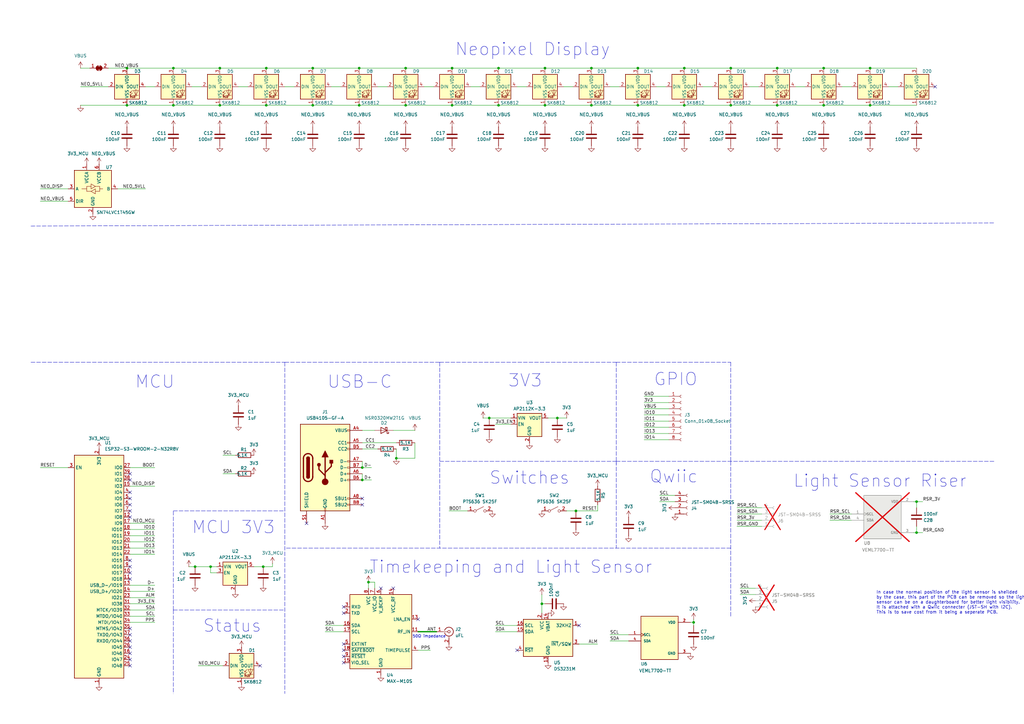
<source format=kicad_sch>
(kicad_sch (version 20231120) (generator "eeschema") (generator_version "8.0")
  (paper "A3")
  (title_block (title "Binary Neopixel Clock") (date "2024-03-11") (rev "R1") (company "besser"))
  (junction (at 280.67 27.94))
  (junction (at 318.77 27.94))
  (junction (at 299.72 43.18))
  (junction (at 151.13 238.76))
  (junction (at 200.66 171.45))
  (junction (at 109.22 43.18))
  (junction (at 148.59 196.85))
  (junction (at 261.62 27.94))
  (junction (at 109.22 27.94))
  (junction (at 284.48 255.27))
  (junction (at 80.01 232.41))
  (junction (at 185.42 43.18))
  (junction (at 166.37 27.94))
  (junction (at 90.17 27.94))
  (junction (at 222.25 247.65))
  (junction (at 223.52 43.18))
  (junction (at 299.72 27.94))
  (junction (at 280.67 43.18))
  (junction (at 261.62 43.18))
  (junction (at 148.59 191.77))
  (junction (at 147.32 27.94))
  (junction (at 242.57 27.94))
  (junction (at 242.57 43.18))
  (junction (at 128.27 43.18))
  (junction (at 185.42 27.94))
  (junction (at 204.47 27.94))
  (junction (at 71.12 43.18))
  (junction (at 223.52 27.94))
  (junction (at 236.22 209.55))
  (junction (at 204.47 43.18))
  (junction (at 356.87 43.18))
  (junction (at 162.56 187.96))
  (junction (at 90.17 43.18))
  (junction (at 337.82 27.94))
  (junction (at 166.37 43.18))
  (junction (at 52.07 27.94))
  (junction (at 52.07 43.18))
  (junction (at 356.87 27.94))
  (junction (at 337.82 43.18))
  (junction (at 147.32 43.18))
  (junction (at 71.12 27.94))
  (junction (at 86.36 232.41))
  (junction (at 128.27 27.94))
  (junction (at 107.95 232.41))
  (junction (at 318.77 43.18))
  (junction (at 375.92 205.74))
  (junction (at 228.6 171.45))
  (junction (at 375.92 218.44))
  (no_connect (at 53.34 229.87))
  (no_connect (at 161.29 241.3))
  (no_connect (at 53.34 267.97))
  (no_connect (at 53.34 232.41))
  (no_connect (at 53.34 273.05))
  (no_connect (at 106.68 273.05))
  (no_connect (at 140.97 248.92))
  (no_connect (at 140.97 264.16))
  (no_connect (at 140.97 271.78))
  (no_connect (at 53.34 209.55))
  (no_connect (at 237.49 256.54))
  (no_connect (at 140.97 269.24))
  (no_connect (at 383.54 35.56))
  (no_connect (at 53.34 207.01))
  (no_connect (at 140.97 266.7))
  (no_connect (at 171.45 254))
  (no_connect (at 125.73 214.63))
  (no_connect (at 53.34 270.51))
  (no_connect (at 53.34 234.95))
  (no_connect (at 53.34 260.35))
  (no_connect (at 53.34 194.31))
  (no_connect (at 212.09 266.7))
  (no_connect (at 148.59 204.47))
  (no_connect (at 140.97 251.46))
  (no_connect (at 53.34 237.49))
  (no_connect (at 53.34 212.09))
  (no_connect (at 156.21 241.3))
  (no_connect (at 53.34 204.47))
  (no_connect (at 53.34 265.43))
  (no_connect (at 53.34 257.81))
  (no_connect (at 148.59 207.01))
  (no_connect (at 53.34 196.85))
  (no_connect (at 53.34 262.89))
  (no_connect (at 53.34 201.93))
  (wire (pts (xy 261.62 43.18) (xy 280.67 43.18)))
  (wire (pts (xy 170.18 181.61) (xy 170.18 187.96)))
  (wire (pts (xy 71.12 43.18) (xy 90.17 43.18)))
  (polyline (pts (xy 299.72 148.59) (xy 299.72 189.23)) (stroke (width 0) (type dash)))
  (wire (pts (xy 276.86 203.2) (xy 270.51 203.2)))
  (wire (pts (xy 337.82 27.94) (xy 356.87 27.94)))
  (wire (pts (xy 171.45 259.08) (xy 179.07 259.08)) (stroke (width 0.508)))
  (wire (pts (xy 80.01 232.41) (xy 86.36 232.41)))
  (wire (pts (xy 261.62 27.94) (xy 280.67 27.94)))
  (wire (pts (xy 91.44 194.31) (xy 96.52 194.31)))
  (wire (pts (xy 326.39 35.56) (xy 330.2 35.56)))
  (wire (pts (xy 148.59 191.77) (xy 152.4 191.77)))
  (wire (pts (xy 153.67 238.76) (xy 151.13 238.76)))
  (wire (pts (xy 97.79 35.56) (xy 101.6 35.56)))
  (wire (pts (xy 140.97 259.08) (xy 133.35 259.08)))
  (wire (pts (xy 33.02 27.94) (xy 36.83 27.94)))
  (wire (pts (xy 375.92 205.74) (xy 375.92 208.28)))
  (wire (pts (xy 59.69 35.56) (xy 63.5 35.56)))
  (wire (pts (xy 299.72 27.94) (xy 318.77 27.94)))
  (wire (pts (xy 280.67 27.94) (xy 299.72 27.94)))
  (wire (pts (xy 340.36 213.36) (xy 349.25 213.36)))
  (wire (pts (xy 374.65 205.74) (xy 375.92 205.74)))
  (wire (pts (xy 312.42 210.82) (xy 302.26 210.82)))
  (wire (pts (xy 166.37 43.18) (xy 185.42 43.18)))
  (wire (pts (xy 33.02 35.56) (xy 44.45 35.56)))
  (wire (pts (xy 53.34 191.77) (xy 63.5 191.77)))
  (wire (pts (xy 162.56 187.96) (xy 170.18 187.96)))
  (wire (pts (xy 173.99 35.56) (xy 177.8 35.56)))
  (wire (pts (xy 193.04 35.56) (xy 196.85 35.56)))
  (wire (pts (xy 53.34 222.25) (xy 63.5 222.25)))
  (wire (pts (xy 222.25 243.84) (xy 222.25 247.65)))
  (wire (pts (xy 375.92 215.9) (xy 375.92 218.44)))
  (wire (pts (xy 86.36 234.95) (xy 86.36 232.41)))
  (polyline (pts (xy 407.67 189.23) (xy 299.72 189.23)) (stroke (width 0) (type dash)))
  (wire (pts (xy 242.57 43.18) (xy 261.62 43.18)))
  (wire (pts (xy 33.02 43.18) (xy 52.07 43.18)))
  (wire (pts (xy 237.49 264.16) (xy 245.11 264.16)))
  (polyline (pts (xy 116.84 148.59) (xy 180.34 148.59)) (stroke (width 0) (type dash)))
  (wire (pts (xy 228.6 171.45) (xy 232.41 171.45)))
  (wire (pts (xy 116.84 35.56) (xy 120.65 35.56)))
  (wire (pts (xy 312.42 213.36) (xy 302.26 213.36)))
  (wire (pts (xy 185.42 43.18) (xy 204.47 43.18)))
  (wire (pts (xy 288.29 35.56) (xy 292.1 35.56)))
  (wire (pts (xy 274.32 172.72) (xy 264.16 172.72)))
  (polyline (pts (xy 116.84 148.59) (xy 116.84 284.48)) (stroke (width 0) (type dash)))
  (wire (pts (xy 53.34 214.63) (xy 63.5 214.63)))
  (wire (pts (xy 154.94 35.56) (xy 158.75 35.56)))
  (wire (pts (xy 274.32 170.18) (xy 264.16 170.18)))
  (wire (pts (xy 109.22 43.18) (xy 128.27 43.18)))
  (wire (pts (xy 148.59 176.53) (xy 153.67 176.53)))
  (wire (pts (xy 63.5 255.27) (xy 53.34 255.27)))
  (wire (pts (xy 128.27 27.94) (xy 147.32 27.94)))
  (wire (pts (xy 71.12 27.94) (xy 90.17 27.94)))
  (wire (pts (xy 284.48 256.54) (xy 284.48 255.27)))
  (wire (pts (xy 77.47 232.41) (xy 80.01 232.41)))
  (wire (pts (xy 52.07 27.94) (xy 71.12 27.94)))
  (polyline (pts (xy 71.12 250.19) (xy 71.12 209.55)) (stroke (width 0) (type dash)))
  (wire (pts (xy 364.49 35.56) (xy 368.3 35.56)))
  (wire (pts (xy 274.32 180.34) (xy 264.16 180.34)))
  (wire (pts (xy 345.44 35.56) (xy 349.25 35.56)))
  (wire (pts (xy 53.34 217.17) (xy 63.5 217.17)))
  (wire (pts (xy 299.72 43.18) (xy 318.77 43.18)))
  (wire (pts (xy 375.92 218.44) (xy 378.46 218.44)))
  (wire (pts (xy 250.19 260.35) (xy 257.81 260.35)))
  (polyline (pts (xy 12.7 148.59) (xy 116.84 148.59)) (stroke (width 0) (type dash)))
  (wire (pts (xy 204.47 27.94) (xy 223.52 27.94)))
  (wire (pts (xy 274.32 165.1) (xy 264.16 165.1)))
  (wire (pts (xy 307.34 35.56) (xy 311.15 35.56)))
  (wire (pts (xy 274.32 175.26) (xy 264.16 175.26)))
  (wire (pts (xy 104.14 232.41) (xy 107.95 232.41)))
  (wire (pts (xy 264.16 162.56) (xy 274.32 162.56)))
  (wire (pts (xy 147.32 43.18) (xy 166.37 43.18)))
  (wire (pts (xy 250.19 35.56) (xy 254 35.56)))
  (wire (pts (xy 222.25 247.65) (xy 222.25 251.46)))
  (wire (pts (xy 151.13 238.76) (xy 151.13 241.3)))
  (wire (pts (xy 148.59 194.31) (xy 148.59 196.85)))
  (wire (pts (xy 312.42 208.28) (xy 302.26 208.28)))
  (wire (pts (xy 303.53 243.84) (xy 309.88 243.84)))
  (wire (pts (xy 90.17 27.94) (xy 109.22 27.94)))
  (wire (pts (xy 53.34 227.33) (xy 63.5 227.33)))
  (wire (pts (xy 340.36 210.82) (xy 349.25 210.82)))
  (wire (pts (xy 185.42 27.94) (xy 204.47 27.94)))
  (wire (pts (xy 198.12 171.45) (xy 200.66 171.45)))
  (wire (pts (xy 203.2 259.08) (xy 212.09 259.08)))
  (wire (pts (xy 53.34 224.79) (xy 63.5 224.79)))
  (wire (pts (xy 107.95 232.41) (xy 111.76 232.41)))
  (polyline (pts (xy 252.73 189.23) (xy 299.72 189.23)) (stroke (width 0) (type dash)))
  (polyline (pts (xy 180.34 189.23) (xy 252.73 189.23)) (stroke (width 0) (type dash)))
  (wire (pts (xy 337.82 43.18) (xy 356.87 43.18)))
  (wire (pts (xy 86.36 232.41) (xy 88.9 232.41)))
  (wire (pts (xy 44.45 27.94) (xy 52.07 27.94)))
  (wire (pts (xy 135.89 35.56) (xy 139.7 35.56)))
  (wire (pts (xy 204.47 43.18) (xy 223.52 43.18)))
  (polyline (pts (xy 12.7 92.71) (xy 407.67 91.44)) (stroke (width 0) (type dash)))
  (wire (pts (xy 53.34 242.57) (xy 63.5 242.57)))
  (polyline (pts (xy 71.12 250.19) (xy 116.84 250.19)) (stroke (width 0) (type dash)))
  (wire (pts (xy 309.88 241.3) (xy 303.53 241.3)))
  (wire (pts (xy 133.35 256.54) (xy 140.97 256.54)))
  (wire (pts (xy 148.59 196.85) (xy 152.4 196.85)))
  (wire (pts (xy 250.19 262.89) (xy 257.81 262.89)))
  (wire (pts (xy 161.29 176.53) (xy 170.18 176.53)))
  (polyline (pts (xy 299.72 224.79) (xy 116.84 224.79)) (stroke (width 0) (type dash)))
  (wire (pts (xy 91.44 186.69) (xy 96.52 186.69)))
  (wire (pts (xy 223.52 27.94) (xy 242.57 27.94)))
  (wire (pts (xy 90.17 43.18) (xy 109.22 43.18)))
  (wire (pts (xy 245.11 209.55) (xy 236.22 209.55)))
  (wire (pts (xy 53.34 199.39) (xy 63.5 199.39)))
  (wire (pts (xy 171.45 266.7) (xy 176.53 266.7)))
  (wire (pts (xy 53.34 240.03) (xy 63.5 240.03)))
  (wire (pts (xy 48.26 77.47) (xy 59.69 77.47)))
  (wire (pts (xy 356.87 27.94) (xy 375.92 27.94)))
  (wire (pts (xy 312.42 215.9) (xy 302.26 215.9)))
  (wire (pts (xy 78.74 35.56) (xy 82.55 35.56)))
  (wire (pts (xy 212.09 35.56) (xy 215.9 35.56)))
  (wire (pts (xy 148.59 184.15) (xy 154.94 184.15)))
  (wire (pts (xy 356.87 43.18) (xy 375.92 43.18)))
  (wire (pts (xy 224.79 171.45) (xy 228.6 171.45)))
  (wire (pts (xy 53.34 250.19) (xy 63.5 250.19)))
  (wire (pts (xy 223.52 247.65) (xy 222.25 247.65)))
  (wire (pts (xy 147.32 27.94) (xy 166.37 27.94)))
  (wire (pts (xy 318.77 27.94) (xy 337.82 27.94)))
  (wire (pts (xy 269.24 35.56) (xy 273.05 35.56)))
  (polyline (pts (xy 252.73 189.23) (xy 252.73 224.79)) (stroke (width 0) (type dash)))
  (wire (pts (xy 166.37 27.94) (xy 185.42 27.94)))
  (polyline (pts (xy 71.12 209.55) (xy 116.84 209.55)) (stroke (width 0) (type dash)))
  (wire (pts (xy 111.76 231.14) (xy 111.76 232.41)))
  (wire (pts (xy 200.66 171.45) (xy 209.55 171.45)))
  (wire (pts (xy 284.48 254) (xy 284.48 255.27)))
  (wire (pts (xy 16.51 191.77) (xy 27.94 191.77)))
  (wire (pts (xy 16.51 77.47) (xy 27.94 77.47)))
  (wire (pts (xy 283.21 255.27) (xy 284.48 255.27)))
  (wire (pts (xy 245.11 207.01) (xy 245.11 209.55)))
  (wire (pts (xy 212.09 256.54) (xy 203.2 256.54)))
  (wire (pts (xy 148.59 181.61) (xy 162.56 181.61)))
  (wire (pts (xy 153.67 241.3) (xy 153.67 238.76)))
  (wire (pts (xy 109.22 27.94) (xy 128.27 27.94)))
  (polyline (pts (xy 299.72 189.23) (xy 299.72 224.79)) (stroke (width 0) (type dash)))
  (wire (pts (xy 280.67 43.18) (xy 299.72 43.18)))
  (wire (pts (xy 53.34 219.71) (xy 63.5 219.71)))
  (wire (pts (xy 128.27 43.18) (xy 147.32 43.18)))
  (wire (pts (xy 374.65 218.44) (xy 375.92 218.44)))
  (wire (pts (xy 231.14 35.56) (xy 234.95 35.56)))
  (wire (pts (xy 270.51 205.74) (xy 276.86 205.74)))
  (polyline (pts (xy 252.73 148.59) (xy 299.72 148.59)) (stroke (width 0) (type dash)))
  (wire (pts (xy 52.07 43.18) (xy 71.12 43.18)))
  (wire (pts (xy 16.51 82.55) (xy 27.94 82.55)))
  (wire (pts (xy 223.52 43.18) (xy 242.57 43.18)))
  (wire (pts (xy 53.34 245.11) (xy 63.5 245.11)))
  (wire (pts (xy 162.56 184.15) (xy 162.56 187.96)))
  (wire (pts (xy 203.2 173.99) (xy 209.55 173.99)))
  (wire (pts (xy 53.34 252.73) (xy 63.5 252.73)))
  (wire (pts (xy 191.77 209.55) (xy 184.15 209.55)))
  (wire (pts (xy 148.59 189.23) (xy 148.59 191.77)))
  (wire (pts (xy 232.41 209.55) (xy 236.22 209.55)))
  (wire (pts (xy 242.57 27.94) (xy 261.62 27.94)))
  (wire (pts (xy 88.9 234.95) (xy 86.36 234.95)))
  (polyline (pts (xy 180.34 148.59) (xy 252.73 148.59)) (stroke (width 0) (type dash)))
  (wire (pts (xy 53.34 247.65) (xy 63.5 247.65)))
  (polyline (pts (xy 180.34 148.59) (xy 180.34 224.79)) (stroke (width 0) (type dash)))
  (wire (pts (xy 375.92 205.74) (xy 378.46 205.74)))
  (wire (pts (xy 274.32 177.8) (xy 264.16 177.8)))
  (wire (pts (xy 81.28 273.05) (xy 91.44 273.05)))
  (polyline (pts (xy 299.72 252.73) (xy 299.72 224.79)) (stroke (width 0) (type dash)))
  (polyline (pts (xy 252.73 148.59) (xy 252.73 190.5)) (stroke (width 0) (type dash)))
  (wire (pts (xy 318.77 43.18) (xy 337.82 43.18)))
  (polyline (pts (xy 71.12 250.19) (xy 71.12 284.48)) (stroke (width 0) (type dash)))
  (wire (pts (xy 274.32 167.64) (xy 264.16 167.64)))
  (text "Neopixel Display" (at 218.44 20.32 0) (effects (font (size 5.08 5.08))))
  (text "MCU 3V3" (at 95.758 216.408 0) (effects (font (size 5.08 5.08))))
  (text "50Ω impedance" (at 176.022 261.112 0) (effects (font (size 1.143 1.143))))
  (text "In case the normal position of the light sensor is sheilded \nby the case, this part of the PCB can be removed so the light\nsensor can be on a daughterboard for better light visibility. \nIt is attached with a Qwiic connecter (JST-SH with I2C).\nThis is to save cost from it being a seperate PCB.\n" (at 359.41 247.142 0) (effects (font (size 1.27 1.27)) (justify left)))
  (text "GPIO" (at 277.114 155.702 0) (effects (font (size 5.08 5.08))))
  (text "USB-C\n" (at 147.574 156.718 0) (effects (font (size 5.08 5.08))))
  (text "3V3" (at 215.392 156.21 0) (effects (font (size 5.08 5.08))))
  (text "Timekeeping and Light Sensor\n" (at 209.55 232.664 0) (effects (font (size 5.08 5.08))))
  (text "MCU" (at 63.5 156.718 0) (effects (font (size 5.08 5.08))))
  (text "Status" (at 95.25 256.794 0) (effects (font (size 5.08 5.08))))
  (text "Qwiic\n" (at 276.352 195.58 0) (effects (font (size 5.08 5.08))))
  (text "Light Sensor Riser" (at 360.934 197.358 0) (effects (font (size 5.08 5.08))))
  (text "Switches" (at 217.17 196.088 0) (effects (font (size 5.08 5.08))))
  (label "RSR_SDA" (at 302.26 210.82 0))
  (label "IO13" (at 264.16 177.8 0))
  (label "SCL" (at 203.2 256.54 0))
  (label "D+" (at 152.4 196.85 180))
  (label "SDA" (at 91.44 194.31 0))
  (label "NEO_MCU" (at 63.5 214.63 180))
  (label "NEO_VBUS" (at 46.99 27.94 0))
  (label "3V3_EN" (at 203.2 173.99 0))
  (label "D-" (at 63.5 240.03 180))
  (label "NEO_VBUS" (at 16.51 82.55 0))
  (label "ALM" (at 63.5 245.11 180))
  (label "PPS" (at 176.53 266.7 180))
  (label "SCL" (at 63.5 252.73 180))
  (label "RSR_SCL" (at 302.26 208.28 0))
  (label "RESET" (at 16.51 191.77 0))
  (label "RSR_3V" (at 378.46 205.74 0))
  (label "BOOT" (at 184.15 209.55 0))
  (label "RSR_SCL" (at 340.36 210.82 0))
  (label "IO11" (at 63.5 219.71 180))
  (label "SDA" (at 203.2 259.08 0))
  (label "NEO_5VLL" (at 33.02 35.56 0))
  (label "PPS" (at 63.5 255.27 180))
  (label "RSR_3V" (at 302.26 213.36 0))
  (label "SDA" (at 270.51 205.74 0))
  (label "D+" (at 63.5 242.57 180))
  (label "SDA" (at 303.53 243.84 0))
  (label "RSR_GND" (at 378.46 218.44 0))
  (label "ALM" (at 245.11 264.16 180))
  (label "RESET" (at 238.76 209.55 0))
  (label "3V3" (at 264.16 165.1 0))
  (label "IO12" (at 264.16 175.26 0))
  (label "SCL" (at 270.51 203.2 0))
  (label "BOOT" (at 63.5 191.77 180))
  (label "GND" (at 264.16 162.56 0))
  (label "NEO_DISP" (at 16.51 77.47 0))
  (label "VBUS" (at 264.16 167.64 0))
  (label "IO10" (at 264.16 170.18 0))
  (label "NEO_MCU" (at 81.28 273.05 0))
  (label "RSR_SDA" (at 340.36 213.36 0))
  (label "CC2" (at 149.86 184.15 0))
  (label "3V3_EN" (at 63.5 247.65 180))
  (label "SCL" (at 303.53 241.3 0))
  (label "IO12" (at 63.5 222.25 180))
  (label "IO14" (at 264.16 180.34 0))
  (label "D-" (at 152.4 191.77 180))
  (label "SDA" (at 63.5 250.19 180))
  (label "SDA" (at 250.19 262.89 0))
  (label "SCL" (at 250.19 260.35 0))
  (label "CC1" (at 149.86 181.61 0))
  (label "SCL" (at 91.44 186.69 0))
  (label "IO11" (at 264.16 172.72 0))
  (label "ANT" (at 175.26 259.08 0))
  (label "SCL" (at 133.35 259.08 0))
  (label "SDA" (at 133.35 256.54 0))
  (label "RSR_GND" (at 302.26 215.9 0))
  (label "IO13" (at 63.5 224.79 180))
  (label "NEO_DISP" (at 63.5 199.39 180))
  (label "IO14" (at 63.5 227.33 180))
  (label "IO10" (at 63.5 217.17 180))
  (label "NEO_5VLL" (at 59.69 77.47 180))
  (symbol (lib_id "power:GND") (at 147.32 59.69 0) (mirror y) (unit 1)
    (property "Reference" "#PWR0145" (effects (hide yes)))
    (property "Value" "GND" (effects (hide yes)))
    (property "Description" "Power symbol creates a global label with name \"GND\" , ground" (effects (hide yes)))
  )
  (symbol (lib_id "power:GND") (at 33.02 43.18 0) (unit 1)
    (property "Reference" "#PWR0136" (effects (hide yes)))
    (property "Value" "GND" (effects (hide yes)))
    (property "Description" "Power symbol creates a global label with name \"GND\" , ground" (effects (hide yes)))
  )
  (symbol (lib_id "power:VBUS") (at 33.02 27.94 0) (unit 1)
    (property "Reference" "#PWR0135" (effects (hide yes)))
    (property "Value" "VBUS" (at 33.02 22.86 0))
    (property "Description" "Power symbol creates a global label with name \"VBUS\"" (effects (hide yes)))
  )
  (symbol (lib_id "power:GND") (at 156.21 276.86 0) (mirror y) (unit 1)
    (property "Reference" "#PWR0118" (effects (hide yes)))
    (property "Value" "GND" (effects (hide yes)))
    (property "Description" "Power symbol creates a global label with name \"GND\" , ground" (effects (hide yes)))
  )
  (symbol (lib_id "power:GND") (at 217.17 181.61 0) (unit 1)
    (property "Reference" "#PWR0116" (effects (hide yes)))
    (property "Value" "GND" (effects (hide yes)))
    (property "Description" "Power symbol creates a global label with name \"GND\" , ground" (effects (hide yes)))
  )
  (symbol (lib_id "power:+5V") (at 128.27 52.07 0) (unit 1)
    (property "Reference" "#PWR08" (effects (hide yes)))
    (property "Value" "NEO_VBUS" (at 128.27 46.99 0))
    (property "Description" "Power symbol creates a global label with name \"+5V\"" (effects (hide yes)))
  )
  (symbol (lib_id "LED:SK6812") (at 318.77 35.56 0) (unit 1)
    (property "Reference" "D17" (at 323.088 29.21 0))
    (property "Value" "SK6812" (at 323.342 42.164 0))
    (property "Footprint" "LED_SMD:LED_SK6812_PLCC4_5.0x5.0mm_P3.2mm" (effects (hide yes)))
    (property "Datasheet" "https://cdn-shop.adafruit.com/product-files/1138/SK6812+LED+datasheet+.pdf" (effects (hide yes)))
    (property "Description" "RGB LED with integrated controller" (effects (hide yes)))
  )
  (symbol (lib_id "Regulator_Linear:AP2112K-3.3") (at 96.52 234.95 0) (unit 1)
    (property "Reference" "U2" (at 96.52 226.06 0))
    (property "Value" "AP2112K-3.3" (at 96.52 228.6 0))
    (property "Footprint" "Package_TO_SOT_SMD:SOT-23-5" (effects (hide yes)))
    (property "Datasheet" "https://www.diodes.com/assets/Datasheets/AP2112.pdf" (effects (hide yes)))
    (property "Description" "600mA low dropout linear regulator, with enable pin, 3.8V-6V input voltage range, 3.3V fixed positive output, SOT-23-5" (effects (hide yes)))
  )
  (symbol (lib_id "Device:C") (at 90.17 55.88 0) (mirror x) (unit 1)
    (property "Reference" "C12" (at 87.376 54.61 0) (effects (justify right)))
    (property "Value" "100nF" (at 87.376 57.15 0) (effects (justify right)))
    (property "Footprint" "Capacitor_SMD:C_0603_1608Metric" (effects (hide yes)))
    (property "Description" "Unpolarized capacitor" (effects (hide yes)))
  )
  (symbol (lib_id "LED:SK6812") (at 204.47 35.56 0) (unit 1)
    (property "Reference" "D11" (at 208.788 29.21 0))
    (property "Value" "SK6812" (at 209.042 42.164 0))
    (property "Footprint" "LED_SMD:LED_SK6812_PLCC4_5.0x5.0mm_P3.2mm" (effects (hide yes)))
    (property "Datasheet" "https://cdn-shop.adafruit.com/product-files/1138/SK6812+LED+datasheet+.pdf" (effects (hide yes)))
    (property "Description" "RGB LED with integrated controller" (effects (hide yes)))
  )
  (symbol (lib_id "power:GND") (at 204.47 59.69 0) (mirror y) (unit 1)
    (property "Reference" "#PWR0164" (effects (hide yes)))
    (property "Value" "GND" (effects (hide yes)))
    (property "Description" "Power symbol creates a global label with name \"GND\" , ground" (effects (hide yes)))
  )
  (symbol (lib_id "power:GND") (at 299.72 59.69 0) (mirror y) (unit 1)
    (property "Reference" "#PWR0143" (effects (hide yes)))
    (property "Value" "GND" (effects (hide yes)))
    (property "Description" "Power symbol creates a global label with name \"GND\" , ground" (effects (hide yes)))
  )
  (symbol (lib_id "power:+5V") (at 261.62 52.07 0) (unit 1)
    (property "Reference" "#PWR015" (effects (hide yes)))
    (property "Value" "NEO_VBUS" (at 261.62 46.99 0))
    (property "Description" "Power symbol creates a global label with name \"+5V\"" (effects (hide yes)))
  )
  (symbol (lib_id "power:+5V") (at 299.72 52.07 0) (unit 1)
    (property "Reference" "#PWR017" (effects (hide yes)))
    (property "Value" "NEO_VBUS" (at 299.72 46.99 0))
    (property "Description" "Power symbol creates a global label with name \"+5V\"" (effects (hide yes)))
  )
  (symbol (lib_id "LED:SK6812") (at 99.06 273.05 0) (unit 1)
    (property "Reference" "D1" (at 103.378 266.7 0))
    (property "Value" "SK6812" (at 103.632 279.654 0))
    (property "Footprint" "LED_SMD:LED_SK6812_PLCC4_5.0x5.0mm_P3.2mm" (effects (hide yes)))
    (property "Datasheet" "https://cdn-shop.adafruit.com/product-files/1138/SK6812+LED+datasheet+.pdf" (effects (hide yes)))
    (property "Description" "RGB LED with integrated controller" (effects (hide yes)))
  )
  (symbol (lib_id "power:GND") (at 309.88 248.92 0) (unit 1)
    (property "Reference" "#PWR04" (effects (hide yes)))
    (property "Value" "GND" (effects (hide yes)))
    (property "Description" "Power symbol creates a global label with name \"GND\" , ground" (effects (hide yes)))
  )
  (symbol (lib_id "Device:C") (at 80.01 236.22 0) (mirror x) (unit 1)
    (property "Reference" "C2" (at 76.2 234.9499 0) (effects (justify right)))
    (property "Value" "1uF" (at 76.2 237.4899 0) (effects (justify right)))
    (property "Footprint" "Capacitor_SMD:C_0603_1608Metric" (effects (hide yes)))
    (property "Description" "Unpolarized capacitor" (effects (hide yes)))
  )
  (symbol (lib_id "Device:C") (at 166.37 55.88 0) (mirror x) (unit 1)
    (property "Reference" "C16" (at 163.576 54.61 0) (effects (justify right)))
    (property "Value" "100nF" (at 163.576 57.15 0) (effects (justify right)))
    (property "Footprint" "Capacitor_SMD:C_0603_1608Metric" (effects (hide yes)))
    (property "Description" "Unpolarized capacitor" (effects (hide yes)))
  )
  (symbol (lib_id "LED:SK6812") (at 375.92 35.56 0) (unit 1)
    (property "Reference" "D20" (at 380.238 29.21 0))
    (property "Value" "SK6812" (at 380.492 42.164 0))
    (property "Footprint" "LED_SMD:LED_SK6812_PLCC4_5.0x5.0mm_P3.2mm" (effects (hide yes)))
    (property "Datasheet" "https://cdn-shop.adafruit.com/product-files/1138/SK6812+LED+datasheet+.pdf" (effects (hide yes)))
    (property "Description" "RGB LED with integrated controller" (effects (hide yes)))
  )
  (symbol (lib_id "power:GND") (at 231.14 247.65 0) (unit 1)
    (property "Reference" "#PWR0109" (effects (hide yes)))
    (property "Value" "GND" (effects (hide yes)))
    (property "Description" "Power symbol creates a global label with name \"GND\" , ground" (effects (hide yes)))
  )
  (symbol (lib_id "power:GND") (at 99.06 280.67 0) (mirror y) (unit 1)
    (property "Reference" "#PWR0165" (effects (hide yes)))
    (property "Value" "GND" (effects (hide yes)))
    (property "Description" "Power symbol creates a global label with name \"GND\" , ground" (effects (hide yes)))
  )
  (symbol (lib_id "Logic_LevelTranslator:SN74LVC1T45DRL") (at 38.1 77.47 0) (unit 1)
    (property "Reference" "U7" (at 44.704 68.58 0))
    (property "Value" "SN74LVC1T45GW" (at 47.498 87.122 0))
    (property "Footprint" "Package_TO_SOT_SMD:SOT-363_SC-70-6" (effects (hide yes)))
    (property "Datasheet" "http://www.ti.com/lit/ds/symlink/sn74lvc1t45.pdf" (effects (hide yes)))
    (property "Description" "Single-Bit Dual-Supply Bus Transceiver With Configurable Voltage Translation and 3-State Outputs, SOT-563" (effects (hide yes)))
  )
  (symbol (lib_id "power:+3V3") (at 284.48 254 0) (unit 1)
    (property "Reference" "#PWR0103" (effects (hide yes)))
    (property "Value" "3V3" (at 284.48 249.682 0))
    (property "Description" "Power symbol creates a global label with name \"+3V3\"" (effects (hide yes)))
  )
  (symbol (lib_id "Device:C") (at 227.33 247.65 90) (mirror x) (unit 1)
    (property "Reference" "C6" (at 228.6 244.856 0) (effects (justify right)))
    (property "Value" "100nF" (at 226.06 244.856 0) (effects (justify right)))
    (property "Footprint" "Capacitor_SMD:C_0603_1608Metric" (effects (hide yes)))
    (property "Description" "Unpolarized capacitor" (effects (hide yes)))
  )
  (symbol (lib_id "power:GND") (at 280.67 59.69 0) (mirror y) (unit 1)
    (property "Reference" "#PWR0153" (effects (hide yes)))
    (property "Value" "GND" (effects (hide yes)))
    (property "Description" "Power symbol creates a global label with name \"GND\" , ground" (effects (hide yes)))
  )
  (symbol (lib_id "power:+3V3") (at 309.88 246.38 90) (unit 1)
    (property "Reference" "#PWR03" (effects (hide yes)))
    (property "Value" "3V3" (at 305.562 246.38 0))
    (property "Description" "Power symbol creates a global label with name \"+3V3\"" (effects (hide yes)))
  )
  (symbol (lib_id "Device:C") (at 228.6 175.26 0) (unit 1)
    (property "Reference" "C5" (at 232.41 173.99 0) (effects (justify left)))
    (property "Value" "1uF" (at 232.41 176.53 0) (effects (justify left)))
    (property "Footprint" "Capacitor_SMD:C_0603_1608Metric" (effects (hide yes)))
    (property "Description" "Unpolarized capacitor" (effects (hide yes)))
  )
  (symbol (lib_id "RF_GPS:MAX-M10S") (at 156.21 259.08 0) (unit 1)
    (property "Reference" "U4" (at 158.5334 276.86 0) (effects (justify left)))
    (property "Value" "MAX-M10S" (at 158.5334 279.4 0) (effects (justify left)))
    (property "Footprint" "RF_GPS:ublox_MAX" (effects (hide yes)))
    (property "Datasheet" "https://content.u-blox.com/sites/default/files/MAX-M10S_DataSheet_UBX-20035208.pdf" (effects (hide yes)))
    (property "Description" "GNSS Module MAX M10, VCC 1.65V to 3.6V" (effects (hide yes)))
  )
  (symbol (lib_id "power:+3V3") (at 35.56 67.31 0) (unit 1)
    (property "Reference" "#PWR0129" (effects (hide yes)))
    (property "Value" "3V3_MCU" (at 32.004 62.992 0))
    (property "Description" "Power symbol creates a global label with name \"+3V3\"" (effects (hide yes)))
  )
  (symbol (lib_id "Device:R") (at 100.33 194.31 90) (unit 1)
    (property "Reference" "R2" (at 101.346 192.024 90) (effects (justify left)))
    (property "Value" "5.1K" (at 101.6 194.31 90) (effects (justify left)))
    (property "Footprint" "Capacitor_SMD:C_0603_1608Metric" (effects (hide yes)))
    (property "Description" "Resistor" (effects (hide yes)))
  )
  (symbol (lib_id "power:GND") (at 261.62 59.69 0) (mirror y) (unit 1)
    (property "Reference" "#PWR0156" (effects (hide yes)))
    (property "Value" "GND" (effects (hide yes)))
    (property "Description" "Power symbol creates a global label with name \"GND\" , ground" (effects (hide yes)))
  )
  (symbol (lib_id "LED:SK6812") (at 128.27 35.56 0) (unit 1)
    (property "Reference" "D7" (at 132.588 29.21 0))
    (property "Value" "SK6812" (at 132.842 42.164 0))
    (property "Footprint" "LED_SMD:LED_SK6812_PLCC4_5.0x5.0mm_P3.2mm" (effects (hide yes)))
    (property "Datasheet" "https://cdn-shop.adafruit.com/product-files/1138/SK6812+LED+datasheet+.pdf" (effects (hide yes)))
    (property "Description" "RGB LED with integrated controller" (effects (hide yes)))
  )
  (symbol (lib_id "power:+5V") (at 185.42 52.07 0) (unit 1)
    (property "Reference" "#PWR011" (effects (hide yes)))
    (property "Value" "NEO_VBUS" (at 185.42 46.99 0))
    (property "Description" "Power symbol creates a global label with name \"+5V\"" (effects (hide yes)))
  )
  (symbol (lib_id "power:+3V3") (at 245.11 199.39 0) (unit 1)
    (property "Reference" "#PWR0119" (effects (hide yes)))
    (property "Value" "3V3_MCU" (at 245.11 195.072 0))
    (property "Description" "Power symbol creates a global label with name \"+3V3\"" (effects (hide yes)))
  )
  (symbol (lib_id "power:GND") (at 38.1 87.63 0) (unit 1)
    (property "Reference" "#PWR0130" (effects (hide yes)))
    (property "Value" "GND" (effects (hide yes)))
    (property "Description" "Power symbol creates a global label with name \"GND\" , ground" (effects (hide yes)))
  )
  (symbol (lib_id "power:GND") (at 185.42 59.69 0) (mirror y) (unit 1)
    (property "Reference" "#PWR0160" (effects (hide yes)))
    (property "Value" "GND" (effects (hide yes)))
    (property "Description" "Power symbol creates a global label with name \"GND\" , ground" (effects (hide yes)))
  )
  (symbol (lib_id "power:GND") (at 283.21 267.97 0) (unit 1)
    (property "Reference" "#PWR0102" (effects (hide yes)))
    (property "Value" "GND" (effects (hide yes)))
    (property "Description" "Power symbol creates a global label with name \"GND\" , ground" (effects (hide yes)))
  )
  (symbol (lib_id "Device:C") (at 147.32 55.88 0) (mirror x) (unit 1)
    (property "Reference" "C15" (at 144.526 54.61 0) (effects (justify right)))
    (property "Value" "100nF" (at 144.526 57.15 0) (effects (justify right)))
    (property "Footprint" "Capacitor_SMD:C_0603_1608Metric" (effects (hide yes)))
    (property "Description" "Unpolarized capacitor" (effects (hide yes)))
  )
  (symbol (lib_id "LED:SK6812") (at 90.17 35.56 0) (unit 1)
    (property "Reference" "D5" (at 94.488 29.21 0))
    (property "Value" "SK6812" (at 94.742 42.164 0))
    (property "Footprint" "LED_SMD:LED_SK6812_PLCC4_5.0x5.0mm_P3.2mm" (effects (hide yes)))
    (property "Datasheet" "https://cdn-shop.adafruit.com/product-files/1138/SK6812+LED+datasheet+.pdf" (effects (hide yes)))
    (property "Description" "RGB LED with integrated controller" (effects (hide yes)))
  )
  (symbol (lib_id "power:+5V") (at 198.12 171.45 0) (unit 1)
    (property "Reference" "#PWR0121" (effects (hide yes)))
    (property "Value" "VBUS" (at 198.12 166.37 0))
    (property "Description" "Power symbol creates a global label with name \"+5V\"" (effects (hide yes)))
  )
  (symbol (lib_id "power:GND") (at 356.87 59.69 0) (mirror y) (unit 1)
    (property "Reference" "#PWR0152" (effects (hide yes)))
    (property "Value" "GND" (effects (hide yes)))
    (property "Description" "Power symbol creates a global label with name \"GND\" , ground" (effects (hide yes)))
  )
  (symbol (lib_id "power:+3V3") (at 104.14 194.31 0) (unit 1)
    (property "Reference" "#PWR0169" (effects (hide yes)))
    (property "Value" "3V3" (at 104.14 189.992 0))
    (property "Description" "Power symbol creates a global label with name \"+3V3\"" (effects (hide yes)))
  )
  (symbol (lib_id "Device:C") (at 375.92 55.88 0) (mirror x) (unit 1)
    (property "Reference" "C27" (at 373.126 54.61 0) (effects (justify right)))
    (property "Value" "100nF" (at 373.126 57.15 0) (effects (justify right)))
    (property "Footprint" "Capacitor_SMD:C_0603_1608Metric" (effects (hide yes)))
    (property "Description" "Unpolarized capacitor" (effects (hide yes)))
  )
  (symbol (lib_id "power:+3V3") (at 257.81 212.09 0) (unit 1)
    (property "Reference" "#PWR01" (effects (hide yes)))
    (property "Value" "3V3" (at 257.81 207.772 0))
    (property "Description" "Power symbol creates a global label with name \"+3V3\"" (effects (hide yes)))
  )
  (symbol (lib_id "Regulator_Linear:AP2112K-3.3") (at 217.17 173.99 0) (unit 1)
    (property "Reference" "U3" (at 217.17 165.1 0))
    (property "Value" "AP2112K-3.3" (at 217.17 167.64 0))
    (property "Footprint" "Package_TO_SOT_SMD:SOT-23-5" (effects (hide yes)))
    (property "Datasheet" "https://www.diodes.com/assets/Datasheets/AP2112.pdf" (effects (hide yes)))
    (property "Description" "600mA low dropout linear regulator, with enable pin, 3.8V-6V input voltage range, 3.3V fixed positive output, SOT-23-5" (effects (hide yes)))
  )
  (symbol (lib_id "power:GND") (at 200.66 179.07 0) (unit 1)
    (property "Reference" "#PWR0113" (effects (hide yes)))
    (property "Value" "GND" (effects (hide yes)))
    (property "Description" "Power symbol creates a global label with name \"GND\" , ground" (effects (hide yes)))
  )
  (symbol (lib_id "power:GND") (at 52.07 59.69 0) (mirror y) (unit 1)
    (property "Reference" "#PWR0132" (effects (hide yes)))
    (property "Value" "GND" (effects (hide yes)))
    (property "Description" "Power symbol creates a global label with name \"GND\" , ground" (effects (hide yes)))
  )
  (symbol (lib_id "Device:C") (at 185.42 55.88 0) (mirror x) (unit 1)
    (property "Reference" "C17" (at 182.626 54.61 0) (effects (justify right)))
    (property "Value" "100nF" (at 182.626 57.15 0) (effects (justify right)))
    (property "Footprint" "Capacitor_SMD:C_0603_1608Metric" (effects (hide yes)))
    (property "Description" "Unpolarized capacitor" (effects (hide yes)))
  )
  (symbol (lib_id "Diode:NSR0340HT1G") (at 157.48 176.53 180) (unit 1)
    (property "Reference" "D2" (at 157.48 173.482 0))
    (property "Value" "NSR0320MW2T1G" (at 157.734 171.45 0))
    (property "Footprint" "Diode_SMD:D_SOD-323" (effects (hide yes)))
    (property "Description" "20V 1A Schottky Diode, SOD-323" (effects (hide yes)))
  )
  (symbol (lib_id "power:+3V3") (at 276.86 208.28 90) (unit 1)
    (property "Reference" "#PWR0106" (effects (hide yes)))
    (property "Value" "3V3" (at 272.542 208.28 0))
    (property "Description" "Power symbol creates a global label with name \"+3V3\"" (effects (hide yes)))
  )
  (symbol (lib_id "power:+3V3") (at 111.76 231.14 0) (unit 1)
    (property "Reference" "#PWR0177" (effects (hide yes)))
    (property "Value" "3V3_MCU" (at 111.76 226.822 0))
    (property "Description" "Power symbol creates a global label with name \"+3V3\"" (effects (hide yes)))
  )
  (symbol (lib_id "power:+5V") (at 375.92 52.07 0) (unit 1)
    (property "Reference" "#PWR021" (effects (hide yes)))
    (property "Value" "NEO_VBUS" (at 375.92 46.99 0))
    (property "Description" "Power symbol creates a global label with name \"+5V\"" (effects (hide yes)))
  )
  (symbol (lib_id "power:GND") (at 222.25 209.55 0) (unit 1)
    (property "Reference" "#PWR0115" (effects (hide yes)))
    (property "Value" "GND" (effects (hide yes)))
    (property "Description" "Power symbol creates a global label with name \"GND\" , ground" (effects (hide yes)))
  )
  (symbol (lib_id "power:+3V3") (at 222.25 243.84 0) (unit 1)
    (property "Reference" "#PWR0111" (effects (hide yes)))
    (property "Value" "3V3" (at 222.25 239.522 0))
    (property "Description" "Power symbol creates a global label with name \"+3V3\"" (effects (hide yes)))
  )
  (symbol (lib_id "Device:C") (at 109.22 55.88 0) (mirror x) (unit 1)
    (property "Reference" "C13" (at 106.426 54.61 0) (effects (justify right)))
    (property "Value" "100nF" (at 106.426 57.15 0) (effects (justify right)))
    (property "Footprint" "Capacitor_SMD:C_0603_1608Metric" (effects (hide yes)))
    (property "Description" "Unpolarized capacitor" (effects (hide yes)))
  )
  (symbol (lib_id "LED:SK6812") (at 166.37 35.56 0) (unit 1)
    (property "Reference" "D9" (at 170.688 29.21 0))
    (property "Value" "SK6812" (at 170.942 42.164 0))
    (property "Footprint" "LED_SMD:LED_SK6812_PLCC4_5.0x5.0mm_P3.2mm" (effects (hide yes)))
    (property "Datasheet" "https://cdn-shop.adafruit.com/product-files/1138/SK6812+LED+datasheet+.pdf" (effects (hide yes)))
    (property "Description" "RGB LED with integrated controller" (effects (hide yes)))
  )
  (symbol (lib_id "Device:C") (at 52.07 55.88 0) (mirror x) (unit 1)
    (property "Reference" "C10" (at 49.276 54.61 0) (effects (justify right)))
    (property "Value" "100nF" (at 49.276 57.15 0) (effects (justify right)))
    (property "Footprint" "Capacitor_SMD:C_0603_1608Metric" (effects (hide yes)))
    (property "Description" "Unpolarized capacitor" (effects (hide yes)))
  )
  (symbol (lib_id "Connector:Conn_01x04_Socket") (at 281.94 208.28 0) (mirror x) (unit 1)
    (property "Reference" "J4" (at 283.464 208.534 0) (effects (justify left)))
    (property "Value" "JST-SM04B-SRSS" (at 283.464 205.994 0) (effects (justify left)))
    (property "Footprint" "besser_footprints:JST_SH_SM04B-SRSS-TB_1x04-1MP_P1.00mm_Horizontal" (effects (hide yes)))
    (property "Description" "Generic connector, single row, 01x04, script generated" (effects (hide yes)))
  )
  (symbol (lib_id "power:GND") (at 223.52 59.69 0) (mirror y) (unit 1)
    (property "Reference" "#PWR0163" (effects (hide yes)))
    (property "Value" "GND" (effects (hide yes)))
    (property "Description" "Power symbol creates a global label with name \"GND\" , ground" (effects (hide yes)))
  )
  (symbol (lib_id "Connector:USB_C_Receptacle_USB2.0_16P") (at 133.35 191.77 0) (unit 1)
    (property "Reference" "J1" (at 133.35 168.91 0))
    (property "Value" "USB4105-GF-A" (at 133.35 171.45 0))
    (property "Footprint" "Connector_USB:USB_C_Receptacle_GCT_USB4105-xx-A_16P_TopMnt_Horizontal" (effects (hide yes)))
    (property "Datasheet" "https://www.usb.org/sites/default/files/documents/usb_type-c.zip" (effects (hide yes)))
    (property "Description" "USB 2.0-only 16P Type-C Receptacle connector" (effects (hide yes)))
  )
  (symbol (lib_id "VEML7700-TT:VEML7700-TT") (at 270.51 262.89 0) (unit 1)
    (property "Reference" "U6" (at 264.16 272.288 0))
    (property "Value" "VEML7700-TT" (at 268.732 275.082 0))
    (property "Footprint" "besser_footprints:VEML7700" (effects (hide yes)))
    (property "PARTREV" "1.6" (effects (hide yes)))
    (property "STANDARD" "Manufacturer Recommendations" (effects (hide yes)))
    (property "SNAPEDA_PN" "VEML7700-TT" (effects (hide yes)))
    (property "MAXIMUM_PACKAGE_HEIGHT" "2.35 mm" (effects (hide yes)))
    (property "MANUFACTURER" "Vishay" (effects (hide yes)))
  )
  (symbol (lib_id "Device:C") (at 356.87 55.88 0) (mirror x) (unit 1)
    (property "Reference" "C26" (at 354.076 54.61 0) (effects (justify right)))
    (property "Value" "100nF" (at 354.076 57.15 0) (effects (justify right)))
    (property "Footprint" "Capacitor_SMD:C_0603_1608Metric" (effects (hide yes)))
    (property "Description" "Unpolarized capacitor" (effects (hide yes)))
  )
  (symbol (lib_id "power:GND") (at 90.17 59.69 0) (mirror y) (unit 1)
    (property "Reference" "#PWR0126" (effects (hide yes)))
    (property "Value" "GND" (effects (hide yes)))
    (property "Description" "Power symbol creates a global label with name \"GND\" , ground" (effects (hide yes)))
  )
  (symbol (lib_id "Device:C") (at 236.22 213.36 0) (unit 1)
    (property "Reference" "C8" (at 240.03 212.09 0) (effects (justify left)))
    (property "Value" "1uF" (at 240.03 214.63 0) (effects (justify left)))
    (property "Footprint" "Capacitor_SMD:C_0603_1608Metric" (effects (hide yes)))
    (property "Description" "Unpolarized capacitor" (effects (hide yes)))
  )
  (symbol (lib_id "power:GND") (at 96.52 242.57 0) (unit 1)
    (property "Reference" "#PWR0172" (effects (hide yes)))
    (property "Value" "GND" (effects (hide yes)))
    (property "Description" "Power symbol creates a global label with name \"GND\" , ground" (effects (hide yes)))
  )
  (symbol (lib_id "power:+5V") (at 52.07 52.07 0) (unit 1)
    (property "Reference" "#PWR0133" (effects (hide yes)))
    (property "Value" "NEO_VBUS" (at 52.07 46.99 0))
    (property "Description" "Power symbol creates a global label with name \"+5V\"" (effects (hide yes)))
  )
  (symbol (lib_id "Device:C") (at 318.77 55.88 0) (mirror x) (unit 1)
    (property "Reference" "C24" (at 315.976 54.61 0) (effects (justify right)))
    (property "Value" "100nF" (at 315.976 57.15 0) (effects (justify right)))
    (property "Footprint" "Capacitor_SMD:C_0603_1608Metric" (effects (hide yes)))
    (property "Description" "Unpolarized capacitor" (effects (hide yes)))
  )
  (symbol (lib_id "Device:C") (at 337.82 55.88 0) (mirror x) (unit 1)
    (property "Reference" "C25" (at 335.026 54.61 0) (effects (justify right)))
    (property "Value" "100nF" (at 335.026 57.15 0) (effects (justify right)))
    (property "Footprint" "Capacitor_SMD:C_0603_1608Metric" (effects (hide yes)))
    (property "Description" "Unpolarized capacitor" (effects (hide yes)))
  )
  (symbol (lib_id "power:GND") (at 375.92 59.69 0) (mirror y) (unit 1)
    (property "Reference" "#PWR0144" (effects (hide yes)))
    (property "Value" "GND" (effects (hide yes)))
    (property "Description" "Power symbol creates a global label with name \"GND\" , ground" (effects (hide yes)))
  )
  (symbol (lib_id "Device:R") (at 245.11 203.2 0) (mirror x) (unit 1)
    (property "Reference" "R5" (at 247.396 203.2 90))
    (property "Value" "5.1K" (at 245.364 203.2 90))
    (property "Footprint" "Capacitor_SMD:C_0603_1608Metric" (effects (hide yes)))
    (property "Description" "Resistor" (effects (hide yes)))
  )
  (symbol (lib_id "power:+5V") (at 242.57 52.07 0) (unit 1)
    (property "Reference" "#PWR014" (effects (hide yes)))
    (property "Value" "NEO_VBUS" (at 242.57 46.99 0))
    (property "Description" "Power symbol creates a global label with name \"+5V\"" (effects (hide yes)))
  )
  (symbol (lib_id "Device:C") (at 223.52 55.88 0) (mirror x) (unit 1)
    (property "Reference" "C19" (at 220.726 54.61 0) (effects (justify right)))
    (property "Value" "100nF" (at 220.726 57.15 0) (effects (justify right)))
    (property "Footprint" "Capacitor_SMD:C_0603_1608Metric" (effects (hide yes)))
    (property "Description" "Unpolarized capacitor" (effects (hide yes)))
  )
  (symbol (lib_id "power:+5V") (at 318.77 52.07 0) (unit 1)
    (property "Reference" "#PWR018" (effects (hide yes)))
    (property "Value" "NEO_VBUS" (at 318.77 46.99 0))
    (property "Description" "Power symbol creates a global label with name \"+5V\"" (effects (hide yes)))
  )
  (symbol (lib_id "power:GND") (at 242.57 59.69 0) (mirror y) (unit 1)
    (property "Reference" "#PWR0158" (effects (hide yes)))
    (property "Value" "GND" (effects (hide yes)))
    (property "Description" "Power symbol creates a global label with name \"GND\" , ground" (effects (hide yes)))
  )
  (symbol (lib_id "power:GND") (at 166.37 59.69 0) (mirror y) (unit 1)
    (property "Reference" "#PWR0142" (effects (hide yes)))
    (property "Value" "GND" (effects (hide yes)))
    (property "Description" "Power symbol creates a global label with name \"GND\" , ground" (effects (hide yes)))
  )
  (symbol (lib_id "power:GND") (at 133.35 214.63 0) (unit 1)
    (property "Reference" "#PWR0170" (effects (hide yes)))
    (property "Value" "GND" (effects (hide yes)))
    (property "Description" "Power symbol creates a global label with name \"GND\" , ground" (effects (hide yes)))
  )
  (symbol (lib_id "Connector:Conn_01x04_Socket") (at 314.96 246.38 0) (mirror x) (unit 1) (in_bom no) (dnp yes)
    (property "Reference" "J5" (at 316.484 246.634 0) (effects (justify left)))
    (property "Value" "JST-SM04B-SRSS" (at 316.484 244.094 0) (effects (justify left)))
    (property "Footprint" "besser_footprints:JST_SH_SM04B-SRSS-TB_1x04-1MP_P1.00mm_Horizontal" (effects (hide yes)))
    (property "Description" "Generic connector, single row, 01x04, script generated" (effects (hide yes)))
  )
  (symbol (lib_id "power:GND") (at 97.79 173.99 0) (unit 1)
    (property "Reference" "#PWR0166" (effects (hide yes)))
    (property "Value" "GND" (effects (hide yes)))
    (property "Description" "Power symbol creates a global label with name \"GND\" , ground" (effects (hide yes)))
  )
  (symbol (lib_id "VEML7700-TT:VEML7700-TT") (at 361.95 213.36 0) (unit 1) (dnp yes)
    (property "Reference" "U8" (at 355.6 222.758 0))
    (property "Value" "VEML7700-TT" (at 360.172 225.552 0))
    (property "Footprint" "besser_footprints:VEML7700" (effects (hide yes)))
    (property "PARTREV" "1.6" (effects (hide yes)))
    (property "STANDARD" "Manufacturer Recommendations" (effects (hide yes)))
    (property "SNAPEDA_PN" "VEML7700-TT" (effects (hide yes)))
    (property "MAXIMUM_PACKAGE_HEIGHT" "2.35 mm" (effects (hide yes)))
    (property "MANUFACTURER" "Vishay" (effects (hide yes)))
  )
  (symbol (lib_id "power:+5V") (at 90.17 52.07 0) (unit 1)
    (property "Reference" "#PWR06" (effects (hide yes)))
    (property "Value" "NEO_VBUS" (at 90.17 46.99 0))
    (property "Description" "Power symbol creates a global label with name \"+5V\"" (effects (hide yes)))
  )
  (symbol (lib_id "power:+3V3") (at 97.79 166.37 0) (unit 1)
    (property "Reference" "#PWR0167" (effects (hide yes)))
    (property "Value" "3V3_MCU" (at 97.79 162.052 0))
    (property "Description" "Power symbol creates a global label with name \"+3V3\"" (effects (hide yes)))
  )
  (symbol (lib_id "power:GND") (at 228.6 179.07 0) (unit 1)
    (property "Reference" "#PWR0117" (effects (hide yes)))
    (property "Value" "GND" (effects (hide yes)))
    (property "Description" "Power symbol creates a global label with name \"GND\" , ground" (effects (hide yes)))
  )
  (symbol (lib_id "power:GND") (at 257.81 219.71 0) (unit 1)
    (property "Reference" "#PWR02" (effects (hide yes)))
    (property "Value" "GND" (effects (hide yes)))
    (property "Description" "Power symbol creates a global label with name \"GND\" , ground" (effects (hide yes)))
  )
  (symbol (lib_id "LED:SK6812") (at 147.32 35.56 0) (unit 1)
    (property "Reference" "D8" (at 151.638 29.21 0))
    (property "Value" "SK6812" (at 151.892 42.164 0))
    (property "Footprint" "LED_SMD:LED_SK6812_PLCC4_5.0x5.0mm_P3.2mm" (effects (hide yes)))
    (property "Datasheet" "https://cdn-shop.adafruit.com/product-files/1138/SK6812+LED+datasheet+.pdf" (effects (hide yes)))
    (property "Description" "RGB LED with integrated controller" (effects (hide yes)))
  )
  (symbol (lib_id "power:GND") (at 224.79 251.46 90) (mirror x) (unit 1)
    (property "Reference" "#PWR0110" (effects (hide yes)))
    (property "Value" "GND" (effects (hide yes)))
    (property "Description" "Power symbol creates a global label with name \"GND\" , ground" (effects (hide yes)))
  )
  (symbol (lib_id "power:GND") (at 276.86 210.82 0) (unit 1)
    (property "Reference" "#PWR0105" (effects (hide yes)))
    (property "Value" "GND" (effects (hide yes)))
    (property "Description" "Power symbol creates a global label with name \"GND\" , ground" (effects (hide yes)))
  )
  (symbol (lib_id "power:+5V") (at 71.12 52.07 0) (unit 1)
    (property "Reference" "#PWR05" (effects (hide yes)))
    (property "Value" "NEO_VBUS" (at 71.12 46.99 0))
    (property "Description" "Power symbol creates a global label with name \"+5V\"" (effects (hide yes)))
  )
  (symbol (lib_id "power:+5V") (at 280.67 52.07 0) (unit 1)
    (property "Reference" "#PWR016" (effects (hide yes)))
    (property "Value" "NEO_VBUS" (at 280.67 46.99 0))
    (property "Description" "Power symbol creates a global label with name \"+5V\"" (effects (hide yes)))
  )
  (symbol (lib_id "Switch:SW_SPST") (at 196.85 209.55 0) (unit 1)
    (property "Reference" "SW1" (at 196.85 203.2 0))
    (property "Value" "PTS636 SK25F" (at 196.85 205.74 0))
    (property "Footprint" "Button_Switch_SMD:SW_Tactile_SPST_NO_Straight_CK_PTS636Sx25SMTRLFS" (effects (hide yes)))
    (property "Description" "Single Pole Single Throw (SPST) switch" (effects (hide yes)))
  )
  (symbol (lib_id "Device:C") (at 375.92 212.09 0) (mirror y) (unit 1)
    (property "Reference" "C28" (at 378.714 213.36 0) (effects (justify right)))
    (property "Value" "100nF" (at 378.714 210.82 0) (effects (justify right)))
    (property "Footprint" "Capacitor_SMD:C_0603_1608Metric" (effects (hide yes)))
    (property "Description" "Unpolarized capacitor" (effects (hide yes)))
  )
  (symbol (lib_id "Device:C") (at 261.62 55.88 0) (mirror x) (unit 1)
    (property "Reference" "C21" (at 258.826 54.61 0) (effects (justify right)))
    (property "Value" "100nF" (at 258.826 57.15 0) (effects (justify right)))
    (property "Footprint" "Capacitor_SMD:C_0603_1608Metric" (effects (hide yes)))
    (property "Description" "Unpolarized capacitor" (effects (hide yes)))
  )
  (symbol (lib_id "power:+5V") (at 337.82 52.07 0) (unit 1)
    (property "Reference" "#PWR019" (effects (hide yes)))
    (property "Value" "NEO_VBUS" (at 337.82 46.99 0))
    (property "Description" "Power symbol creates a global label with name \"+5V\"" (effects (hide yes)))
  )
  (symbol (lib_id "Timer_RTC:DS3231M") (at 224.79 261.62 0) (unit 1)
    (property "Reference" "U5" (at 227.1134 271.78 0) (effects (justify left)))
    (property "Value" "DS3231M" (at 227.1134 274.32 0) (effects (justify left)))
    (property "Footprint" "Package_SO:SOIC-16W_7.5x10.3mm_P1.27mm" (effects (hide yes)))
    (property "Datasheet" "http://datasheets.maximintegrated.com/en/ds/DS3231.pdf" (effects (hide yes)))
    (property "Description" "Extremely Accurate I2C-Integrated RTC/TCXO/Crystal SOIC-16" (effects (hide yes)))
  )
  (symbol (lib_id "Device:C") (at 257.81 215.9 0) (unit 1)
    (property "Reference" "C9" (at 261.62 214.63 0) (effects (justify left)))
    (property "Value" "1uF" (at 261.62 217.17 0) (effects (justify left)))
    (property "Footprint" "Capacitor_SMD:C_0603_1608Metric" (effects (hide yes)))
    (property "Description" "Unpolarized capacitor" (effects (hide yes)))
  )
  (symbol (lib_id "Switch:SW_SPST") (at 227.33 209.55 0) (unit 1)
    (property "Reference" "SW2" (at 227.33 203.2 0))
    (property "Value" "PTS636 SK25F" (at 227.33 205.74 0))
    (property "Footprint" "Button_Switch_SMD:SW_Tactile_SPST_NO_Straight_CK_PTS636Sx25SMTRLFS" (effects (hide yes)))
    (property "Description" "Single Pole Single Throw (SPST) switch" (effects (hide yes)))
  )
  (symbol (lib_id "Device:C") (at 242.57 55.88 0) (mirror x) (unit 1)
    (property "Reference" "C20" (at 239.776 54.61 0) (effects (justify right)))
    (property "Value" "100nF" (at 239.776 57.15 0) (effects (justify right)))
    (property "Footprint" "Capacitor_SMD:C_0603_1608Metric" (effects (hide yes)))
    (property "Description" "Unpolarized capacitor" (effects (hide yes)))
  )
  (symbol (lib_id "Device:R") (at 158.75 184.15 90) (unit 1)
    (property "Reference" "R4" (at 158.75 186.69 90))
    (property "Value" "5.1K" (at 158.75 184.15 90))
    (property "Footprint" "Capacitor_SMD:C_0603_1608Metric" (effects (hide yes)))
    (property "Description" "Resistor" (effects (hide yes)))
  )
  (symbol (lib_id "power:+3V3") (at 104.14 186.69 0) (unit 1)
    (property "Reference" "#PWR0168" (effects (hide yes)))
    (property "Value" "3V3" (at 104.14 182.372 0))
    (property "Description" "Power symbol creates a global label with name \"+3V3\"" (effects (hide yes)))
  )
  (symbol (lib_id "power:+5V") (at 109.22 52.07 0) (unit 1)
    (property "Reference" "#PWR07" (effects (hide yes)))
    (property "Value" "NEO_VBUS" (at 109.22 46.99 0))
    (property "Description" "Power symbol creates a global label with name \"+5V\"" (effects (hide yes)))
  )
  (symbol (lib_id "Device:C") (at 299.72 55.88 0) (mirror x) (unit 1)
    (property "Reference" "C23" (at 296.926 54.61 0) (effects (justify right)))
    (property "Value" "100nF" (at 296.926 57.15 0) (effects (justify right)))
    (property "Footprint" "Capacitor_SMD:C_0603_1608Metric" (effects (hide yes)))
    (property "Description" "Unpolarized capacitor" (effects (hide yes)))
  )
  (symbol (lib_id "power:+5V") (at 147.32 52.07 0) (unit 1)
    (property "Reference" "#PWR09" (effects (hide yes)))
    (property "Value" "NEO_VBUS" (at 147.32 46.99 0))
    (property "Description" "Power symbol creates a global label with name \"+5V\"" (effects (hide yes)))
  )
  (symbol (lib_id "Device:C") (at 280.67 55.88 0) (mirror x) (unit 1)
    (property "Reference" "C22" (at 277.876 54.61 0) (effects (justify right)))
    (property "Value" "100nF" (at 277.876 57.15 0) (effects (justify right)))
    (property "Footprint" "Capacitor_SMD:C_0603_1608Metric" (effects (hide yes)))
    (property "Description" "Unpolarized capacitor" (effects (hide yes)))
  )
  (symbol (lib_id "LED:SK6812") (at 261.62 35.56 0) (unit 1)
    (property "Reference" "D14" (at 265.938 29.21 0))
    (property "Value" "SK6812" (at 266.192 42.164 0))
    (property "Footprint" "LED_SMD:LED_SK6812_PLCC4_5.0x5.0mm_P3.2mm" (effects (hide yes)))
    (property "Datasheet" "https://cdn-shop.adafruit.com/product-files/1138/SK6812+LED+datasheet+.pdf" (effects (hide yes)))
    (property "Description" "RGB LED with integrated controller" (effects (hide yes)))
  )
  (symbol (lib_id "RF_Module:ESP32-S3-WROOM-2") (at 40.64 232.41 0) (unit 1)
    (property "Reference" "U1" (at 42.9634 181.61 0) (effects (justify left)))
    (property "Value" "ESP32-S3-WROOM-2-N32R8V" (at 42.9634 184.15 0) (effects (justify left)))
    (property "Footprint" "RF_Module:ESP32-S3-WROOM-2" (effects (hide yes)))
    (property "Datasheet" "https://www.espressif.com/sites/default/files/documentation/esp32-s3-wroom-2_datasheet_en.pdf" (effects (hide yes)))
    (property "Description" "RF Module, 2.4 GHz, Wi­-Fi, Bluetooth, BLE, ESP32­-S3R8V" (effects (hide yes)))
  )
  (symbol (lib_id "power:+5V") (at 166.37 52.07 0) (unit 1)
    (property "Reference" "#PWR010" (effects (hide yes)))
    (property "Value" "NEO_VBUS" (at 166.37 46.99 0))
    (property "Description" "Power symbol creates a global label with name \"+5V\"" (effects (hide yes)))
  )
  (symbol (lib_id "power:GND") (at 284.48 264.16 0) (unit 1)
    (property "Reference" "#PWR0104" (effects (hide yes)))
    (property "Value" "GND" (effects (hide yes)))
    (property "Description" "Power symbol creates a global label with name \"GND\" , ground" (effects (hide yes)))
  )
  (symbol (lib_id "power:+5V") (at 77.47 232.41 0) (unit 1)
    (property "Reference" "#PWR0174" (effects (hide yes)))
    (property "Value" "VBUS" (at 77.47 227.33 0))
    (property "Description" "Power symbol creates a global label with name \"+5V\"" (effects (hide yes)))
  )
  (symbol (lib_id "power:GND") (at 128.27 59.69 0) (mirror y) (unit 1)
    (property "Reference" "#PWR0146" (effects (hide yes)))
    (property "Value" "GND" (effects (hide yes)))
    (property "Description" "Power symbol creates a global label with name \"GND\" , ground" (effects (hide yes)))
  )
  (symbol (lib_id "Device:C") (at 107.95 236.22 0) (unit 1)
    (property "Reference" "C3" (at 111.76 234.95 0) (effects (justify left)))
    (property "Value" "1uF" (at 111.76 237.49 0) (effects (justify left)))
    (property "Footprint" "Capacitor_SMD:C_0603_1608Metric" (effects (hide yes)))
    (property "Description" "Unpolarized capacitor" (effects (hide yes)))
  )
  (symbol (lib_id "Device:C") (at 71.12 55.88 0) (mirror x) (unit 1)
    (property "Reference" "C11" (at 68.326 54.61 0) (effects (justify right)))
    (property "Value" "100nF" (at 68.326 57.15 0) (effects (justify right)))
    (property "Footprint" "Capacitor_SMD:C_0603_1608Metric" (effects (hide yes)))
    (property "Description" "Unpolarized capacitor" (effects (hide yes)))
  )
  (symbol (lib_id "power:+5V") (at 356.87 52.07 0) (unit 1)
    (property "Reference" "#PWR020" (effects (hide yes)))
    (property "Value" "NEO_VBUS" (at 356.87 46.99 0))
    (property "Description" "Power symbol creates a global label with name \"+5V\"" (effects (hide yes)))
  )
  (symbol (lib_id "Connector:Conn_Coaxial") (at 184.15 259.08 0) (unit 1)
    (property "Reference" "J2" (at 186.69 258.1032 0) (effects (justify left)))
    (property "Value" "uFL" (at 186.69 260.6432 0) (effects (justify left)))
    (property "Footprint" "Connector_Coaxial:U.FL_Hirose_U.FL-R-SMT-1_Vertical" (effects (hide yes)))
    (property "Datasheet" " ~" (effects (hide yes)))
    (property "Description" "coaxial connector (BNC, SMA, SMB, SMC, Cinch/RCA, LEMO, ...)" (effects (hide yes)))
  )
  (symbol (lib_id "Device:R") (at 100.33 186.69 90) (unit 1)
    (property "Reference" "R1" (at 101.346 184.404 90) (effects (justify left)))
    (property "Value" "5.1K" (at 101.6 186.69 90) (effects (justify left)))
    (property "Footprint" "Capacitor_SMD:C_0603_1608Metric" (effects (hide yes)))
    (property "Description" "Resistor" (effects (hide yes)))
  )
  (symbol (lib_id "power:GND") (at 184.15 264.16 0) (mirror y) (unit 1)
    (property "Reference" "#PWR0107" (effects (hide yes)))
    (property "Value" "GND" (effects (hide yes)))
    (property "Description" "Power symbol creates a global label with name \"GND\" , ground" (effects (hide yes)))
  )
  (symbol (lib_id "LED:SK6812") (at 280.67 35.56 0) (unit 1)
    (property "Reference" "D15" (at 284.988 29.21 0))
    (property "Value" "SK6812" (at 285.242 42.164 0))
    (property "Footprint" "LED_SMD:LED_SK6812_PLCC4_5.0x5.0mm_P3.2mm" (effects (hide yes)))
    (property "Datasheet" "https://cdn-shop.adafruit.com/product-files/1138/SK6812+LED+datasheet+.pdf" (effects (hide yes)))
    (property "Description" "RGB LED with integrated controller" (effects (hide yes)))
  )
  (symbol (lib_id "power:GND") (at 80.01 240.03 0) (unit 1)
    (property "Reference" "#PWR0175" (effects (hide yes)))
    (property "Value" "GND" (effects (hide yes)))
    (property "Description" "Power symbol creates a global label with name \"GND\" , ground" (effects (hide yes)))
  )
  (symbol (lib_id "LED:SK6812") (at 242.57 35.56 0) (unit 1)
    (property "Reference" "D13" (at 246.888 29.21 0))
    (property "Value" "SK6812" (at 247.142 42.164 0))
    (property "Footprint" "LED_SMD:LED_SK6812_PLCC4_5.0x5.0mm_P3.2mm" (effects (hide yes)))
    (property "Datasheet" "https://cdn-shop.adafruit.com/product-files/1138/SK6812+LED+datasheet+.pdf" (effects (hide yes)))
    (property "Description" "RGB LED with integrated controller" (effects (hide yes)))
  )
  (symbol (lib_id "power:GND") (at 109.22 59.69 0) (mirror y) (unit 1)
    (property "Reference" "#PWR0124" (effects (hide yes)))
    (property "Value" "GND" (effects (hide yes)))
    (property "Description" "Power symbol creates a global label with name \"GND\" , ground" (effects (hide yes)))
  )
  (symbol (lib_id "power:+3V3") (at 151.13 238.76 0) (unit 1)
    (property "Reference" "#PWR0171" (effects (hide yes)))
    (property "Value" "3V3" (at 151.13 234.442 0))
    (property "Description" "Power symbol creates a global label with name \"+3V3\"" (effects (hide yes)))
  )
  (symbol (lib_id "power:+3V3") (at 99.06 265.43 0) (unit 1)
    (property "Reference" "#PWR0173" (effects (hide yes)))
    (property "Value" "3V3_MCU" (at 99.06 261.112 0))
    (property "Description" "Power symbol creates a global label with name \"+3V3\"" (effects (hide yes)))
  )
  (symbol (lib_id "LED:SK6812") (at 71.12 35.56 0) (unit 1)
    (property "Reference" "D4" (at 75.438 29.21 0))
    (property "Value" "SK6812" (at 75.692 42.164 0))
    (property "Footprint" "LED_SMD:LED_SK6812_PLCC4_5.0x5.0mm_P3.2mm" (effects (hide yes)))
    (property "Datasheet" "https://cdn-shop.adafruit.com/product-files/1138/SK6812+LED+datasheet+.pdf" (effects (hide yes)))
    (property "Description" "RGB LED with integrated controller" (effects (hide yes)))
  )
  (symbol (lib_id "power:GND") (at 40.64 280.67 0) (unit 1)
    (property "Reference" "#PWR0178" (effects (hide yes)))
    (property "Value" "GND" (effects (hide yes)))
    (property "Description" "Power symbol creates a global label with name \"GND\" , ground" (effects (hide yes)))
  )
  (symbol (lib_id "Device:C") (at 284.48 260.35 180) (unit 1)
    (property "Reference" "C7" (at 287.274 259.08 0) (effects (justify right)))
    (property "Value" "100nF" (at 287.274 261.62 0) (effects (justify right)))
    (property "Footprint" "Capacitor_SMD:C_0603_1608Metric" (effects (hide yes)))
    (property "Description" "Unpolarized capacitor" (effects (hide yes)))
  )
  (symbol (lib_id "Device:R") (at 166.37 181.61 90) (unit 1)
    (property "Reference" "R3" (at 166.37 184.15 90))
    (property "Value" "5.1K" (at 166.37 181.61 90))
    (property "Footprint" "Capacitor_SMD:C_0603_1608Metric" (effects (hide yes)))
    (property "Description" "Resistor" (effects (hide yes)))
  )
  (symbol (lib_id "LED:SK6812") (at 337.82 35.56 0) (unit 1)
    (property "Reference" "D18" (at 342.138 29.21 0))
    (property "Value" "SK6812" (at 342.392 42.164 0))
    (property "Footprint" "LED_SMD:LED_SK6812_PLCC4_5.0x5.0mm_P3.2mm" (effects (hide yes)))
    (property "Datasheet" "https://cdn-shop.adafruit.com/product-files/1138/SK6812+LED+datasheet+.pdf" (effects (hide yes)))
    (property "Description" "RGB LED with integrated controller" (effects (hide yes)))
  )
  (symbol (lib_id "Jumper:SolderJumper_2_Bridged") (at 40.64 27.94 0) (unit 1)
    (property "Reference" "JP3" (effects (hide yes)))
    (property "Value" "SolderJumper_2_Bridged" (effects (hide yes)))
    (property "Footprint" "besser_footprints:solder_jumper_bridged" (effects (hide yes)))
    (property "Description" "Solder Jumper, 2-pole, closed/bridged" (effects (hide yes)))
  )
  (symbol (lib_id "power:+3V3") (at 40.64 184.15 0) (unit 1)
    (property "Reference" "#PWR0179" (effects (hide yes)))
    (property "Value" "3V3_MCU" (at 40.64 179.832 0))
    (property "Description" "Power symbol creates a global label with name \"+3V3\"" (effects (hide yes)))
  )
  (symbol (lib_id "Device:C") (at 200.66 175.26 0) (mirror x) (unit 1)
    (property "Reference" "C4" (at 196.85 173.9899 0) (effects (justify right)))
    (property "Value" "1uF" (at 196.85 176.5299 0) (effects (justify right)))
    (property "Footprint" "Capacitor_SMD:C_0603_1608Metric" (effects (hide yes)))
    (property "Description" "Unpolarized capacitor" (effects (hide yes)))
  )
  (symbol (lib_id "Device:C") (at 204.47 55.88 0) (mirror x) (unit 1)
    (property "Reference" "C18" (at 201.676 54.61 0) (effects (justify right)))
    (property "Value" "100nF" (at 201.676 57.15 0) (effects (justify right)))
    (property "Footprint" "Capacitor_SMD:C_0603_1608Metric" (effects (hide yes)))
    (property "Description" "Unpolarized capacitor" (effects (hide yes)))
  )
  (symbol (lib_id "LED:SK6812") (at 109.22 35.56 0) (unit 1)
    (property "Reference" "D6" (at 113.538 29.21 0))
    (property "Value" "SK6812" (at 113.792 42.164 0))
    (property "Footprint" "LED_SMD:LED_SK6812_PLCC4_5.0x5.0mm_P3.2mm" (effects (hide yes)))
    (property "Datasheet" "https://cdn-shop.adafruit.com/product-files/1138/SK6812+LED+datasheet+.pdf" (effects (hide yes)))
    (property "Description" "RGB LED with integrated controller" (effects (hide yes)))
  )
  (symbol (lib_id "power:GND") (at 337.82 59.69 0) (mirror y) (unit 1)
    (property "Reference" "#PWR0150" (effects (hide yes)))
    (property "Value" "GND" (effects (hide yes)))
    (property "Description" "Power symbol creates a global label with name \"GND\" , ground" (effects (hide yes)))
  )
  (symbol (lib_id "power:GND") (at 236.22 217.17 0) (unit 1)
    (property "Reference" "#PWR0114" (effects (hide yes)))
    (property "Value" "GND" (effects (hide yes)))
    (property "Description" "Power symbol creates a global label with name \"GND\" , ground" (effects (hide yes)))
  )
  (symbol (lib_id "Device:C") (at 128.27 55.88 0) (mirror x) (unit 1)
    (property "Reference" "C14" (at 125.476 54.61 0) (effects (justify right)))
    (property "Value" "100nF" (at 125.476 57.15 0) (effects (justify right)))
    (property "Footprint" "Capacitor_SMD:C_0603_1608Metric" (effects (hide yes)))
    (property "Description" "Unpolarized capacitor" (effects (hide yes)))
  )
  (symbol (lib_id "LED:SK6812") (at 356.87 35.56 0) (unit 1)
    (property "Reference" "D19" (at 361.188 29.21 0))
    (property "Value" "SK6812" (at 361.442 42.164 0))
    (property "Footprint" "LED_SMD:LED_SK6812_PLCC4_5.0x5.0mm_P3.2mm" (effects (hide yes)))
    (property "Datasheet" "https://cdn-shop.adafruit.com/product-files/1138/SK6812+LED+datasheet+.pdf" (effects (hide yes)))
    (property "Description" "RGB LED with integrated controller" (effects (hide yes)))
  )
  (symbol (lib_id "LED:SK6812") (at 185.42 35.56 0) (unit 1)
    (property "Reference" "D10" (at 189.738 29.21 0))
    (property "Value" "SK6812" (at 189.992 42.164 0))
    (property "Footprint" "LED_SMD:LED_SK6812_PLCC4_5.0x5.0mm_P3.2mm" (effects (hide yes)))
    (property "Datasheet" "https://cdn-shop.adafruit.com/product-files/1138/SK6812+LED+datasheet+.pdf" (effects (hide yes)))
    (property "Description" "RGB LED with integrated controller" (effects (hide yes)))
  )
  (symbol (lib_id "power:GND") (at 201.93 209.55 0) (mirror y) (unit 1)
    (property "Reference" "#PWR0112" (effects (hide yes)))
    (property "Value" "GND" (effects (hide yes)))
    (property "Description" "Power symbol creates a global label with name \"GND\" , ground" (effects (hide yes)))
  )
  (symbol (lib_id "Connector:Conn_01x08_Socket") (at 279.4 170.18 0) (unit 1)
    (property "Reference" "J3" (at 280.67 170.18 0) (effects (justify left)))
    (property "Value" "Conn_01x08_Socket" (at 280.67 172.72 0) (effects (justify left)))
    (property "Footprint" "Connector_PinHeader_2.54mm:PinHeader_1x08_P2.54mm_Vertical" (effects (hide yes)))
    (property "Description" "Generic connector, single row, 01x08, script generated" (effects (hide yes)))
  )
  (symbol (lib_id "power:+3V3") (at 232.41 171.45 0) (unit 1)
    (property "Reference" "#PWR0120" (effects (hide yes)))
    (property "Value" "3V3" (at 232.41 167.132 0))
    (property "Description" "Power symbol creates a global label with name \"+3V3\"" (effects (hide yes)))
  )
  (symbol (lib_id "power:+5V") (at 170.18 176.53 0) (unit 1)
    (property "Reference" "#PWR0122" (effects (hide yes)))
    (property "Value" "VBUS" (at 170.18 171.45 0))
    (property "Description" "Power symbol creates a global label with name \"+5V\"" (effects (hide yes)))
  )
  (symbol (lib_id "power:GND") (at 224.79 271.78 0) (unit 1)
    (property "Reference" "#PWR0108" (effects (hide yes)))
    (property "Value" "GND" (effects (hide yes)))
    (property "Description" "Power symbol creates a global label with name \"GND\" , ground" (effects (hide yes)))
  )
  (symbol (lib_id "power:+5V") (at 223.52 52.07 0) (unit 1)
    (property "Reference" "#PWR013" (effects (hide yes)))
    (property "Value" "NEO_VBUS" (at 223.52 46.99 0))
    (property "Description" "Power symbol creates a global label with name \"+5V\"" (effects (hide yes)))
  )
  (symbol (lib_id "power:+5V") (at 40.64 67.31 0) (unit 1)
    (property "Reference" "#PWR0128" (effects (hide yes)))
    (property "Value" "NEO_VBUS" (at 42.418 62.992 0))
    (property "Description" "Power symbol creates a global label with name \"+5V\"" (effects (hide yes)))
  )
  (symbol (lib_id "power:GND") (at 107.95 240.03 0) (unit 1)
    (property "Reference" "#PWR0176" (effects (hide yes)))
    (property "Value" "GND" (effects (hide yes)))
    (property "Description" "Power symbol creates a global label with name \"GND\" , ground" (effects (hide yes)))
  )
  (symbol (lib_id "Device:C") (at 97.79 170.18 0) (unit 1)
    (property "Reference" "C1" (at 101.6 168.91 0) (effects (justify left)))
    (property "Value" "1uF" (at 101.6 171.45 0) (effects (justify left)))
    (property "Footprint" "Capacitor_SMD:C_0603_1608Metric" (effects (hide yes)))
    (property "Description" "Unpolarized capacitor" (effects (hide yes)))
  )
  (symbol (lib_id "Connector:Conn_01x04_Socket") (at 317.5 213.36 0) (mirror x) (unit 1) (in_bom no) (dnp yes)
    (property "Reference" "J6" (at 319.024 213.614 0) (effects (justify left)))
    (property "Value" "JST-SM04B-SRSS" (at 319.024 211.074 0) (effects (justify left)))
    (property "Footprint" "besser_footprints:JST_SH_SM04B-SRSS-TB_1x04-1MP_P1.00mm_Horizontal" (effects (hide yes)))
    (property "Description" "Generic connector, single row, 01x04, script generated" (effects (hide yes)))
  )
  (symbol (lib_id "LED:SK6812") (at 299.72 35.56 0) (unit 1)
    (property "Reference" "D16" (at 304.038 29.21 0))
    (property "Value" "SK6812" (at 304.292 42.164 0))
    (property "Footprint" "LED_SMD:LED_SK6812_PLCC4_5.0x5.0mm_P3.2mm" (effects (hide yes)))
    (property "Datasheet" "https://cdn-shop.adafruit.com/product-files/1138/SK6812+LED+datasheet+.pdf" (effects (hide yes)))
    (property "Description" "RGB LED with integrated controller" (effects (hide yes)))
  )
  (symbol (lib_id "power:GND") (at 318.77 59.69 0) (mirror y) (unit 1)
    (property "Reference" "#PWR0147" (effects (hide yes)))
    (property "Value" "GND" (effects (hide yes)))
    (property "Description" "Power symbol creates a global label with name \"GND\" , ground" (effects (hide yes)))
  )
  (symbol (lib_id "power:GND") (at 162.56 187.96 0) (unit 1)
    (property "Reference" "#PWR0123" (effects (hide yes)))
    (property "Value" "GND" (effects (hide yes)))
    (property "Description" "Power symbol creates a global label with name \"GND\" , ground" (effects (hide yes)))
  )
  (symbol (lib_id "power:GND") (at 71.12 59.69 0) (mirror y) (unit 1)
    (property "Reference" "#PWR0134" (effects (hide yes)))
    (property "Value" "GND" (effects (hide yes)))
    (property "Description" "Power symbol creates a global label with name \"GND\" , ground" (effects (hide yes)))
  )
  (symbol (lib_id "LED:SK6812") (at 52.07 35.56 0) (unit 1)
    (property "Reference" "D3" (at 56.388 29.21 0))
    (property "Value" "SK6812" (at 56.642 42.164 0))
    (property "Footprint" "LED_SMD:LED_SK6812_PLCC4_5.0x5.0mm_P3.2mm" (effects (hide yes)))
    (property "Datasheet" "https://cdn-shop.adafruit.com/product-files/1138/SK6812+LED+datasheet+.pdf" (effects (hide yes)))
    (property "Description" "RGB LED with integrated controller" (effects (hide yes)))
  )
  (symbol (lib_id "power:+5V") (at 204.47 52.07 0) (unit 1)
    (property "Reference" "#PWR012" (effects (hide yes)))
    (property "Value" "NEO_VBUS" (at 204.47 46.99 0))
    (property "Description" "Power symbol creates a global label with name \"+5V\"" (effects (hide yes)))
  )
  (symbol (lib_id "LED:SK6812") (at 223.52 35.56 0) (unit 1)
    (property "Reference" "D12" (at 227.838 29.21 0))
    (property "Value" "SK6812" (at 228.092 42.164 0))
    (property "Footprint" "LED_SMD:LED_SK6812_PLCC4_5.0x5.0mm_P3.2mm" (effects (hide yes)))
    (property "Datasheet" "https://cdn-shop.adafruit.com/product-files/1138/SK6812+LED+datasheet+.pdf" (effects (hide yes)))
    (property "Description" "RGB LED with integrated controller" (effects (hide yes)))
  )
)
</source>
